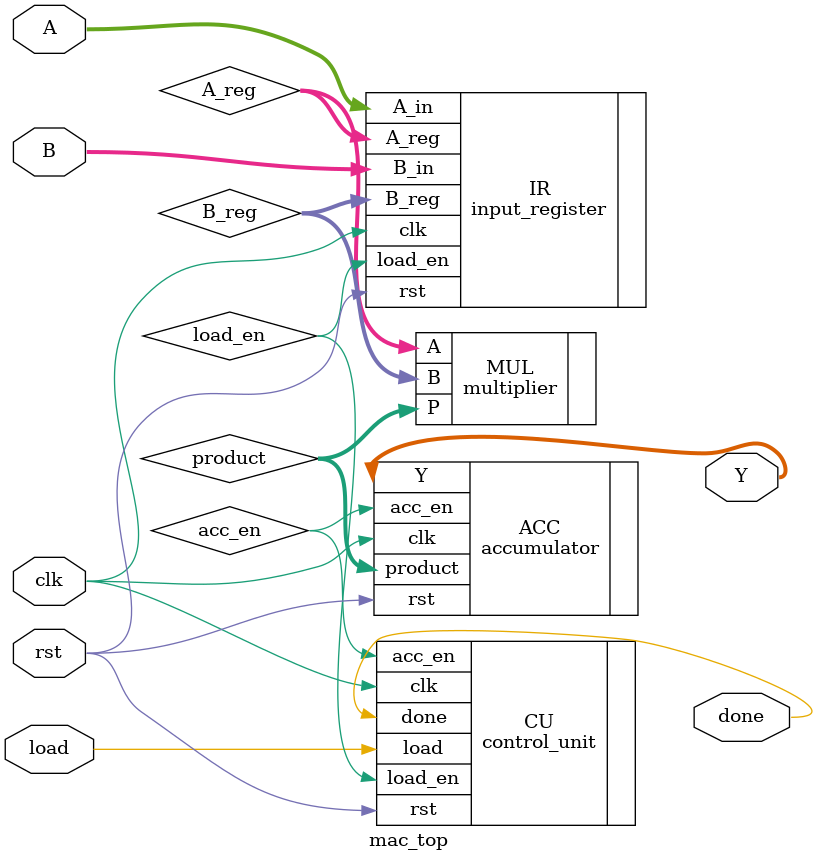
<source format=v>
module mac_top (
    input clk,
    input rst,
    input load,
    input [3:0] A,
    input [3:0] B,
    output [7:0] Y,
    output done
);

wire load_en;
wire acc_en;
wire [3:0] A_reg;
wire [3:0] B_reg;
wire [7:0] product;

control_unit CU (
    .clk(clk),
    .rst(rst),
    .load(load),
    .load_en(load_en),
    .acc_en(acc_en),
    .done(done)
);

input_register IR (
    .clk(clk),
    .rst(rst),
    .load_en(load_en),
    .A_in(A),
    .B_in(B),
    .A_reg(A_reg),
    .B_reg(B_reg)
);

multiplier MUL (
    .A(A_reg),
    .B(B_reg),
    .P(product)
);

accumulator ACC (
    .clk(clk),
    .rst(rst),
    .acc_en(acc_en),
    .product(product),
    .Y(Y)
);

endmodule

</source>
